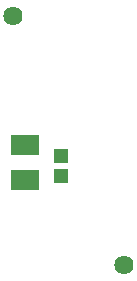
<source format=gts>
G75*
%MOIN*%
%OFA0B0*%
%FSLAX25Y25*%
%IPPOS*%
%LPD*%
%AMOC8*
5,1,8,0,0,1.08239X$1,22.5*
%
%ADD10R,0.09461X0.06706*%
%ADD11R,0.05131X0.04737*%
%ADD12C,0.06400*%
D10*
X0102378Y0098028D03*
X0102378Y0109839D03*
D11*
X0114378Y0106280D03*
X0114378Y0099587D03*
D12*
X0135378Y0069933D03*
X0098378Y0152933D03*
M02*

</source>
